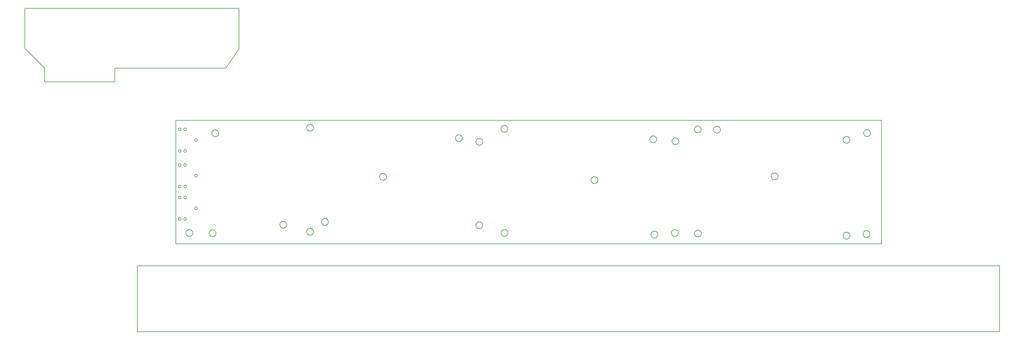
<source format=gbr>
G04 EAGLE Gerber RS-274X export*
G75*
%MOIN*%
%FSLAX34Y34*%
%LPD*%
%INProfile_dxf*%
%IPPOS*%
%AMOC8*
5,1,8,0,0,1.08239X$1,22.5*%
G01*
%ADD10C,0.006000*%
%ADD11C,0.010000*%
%ADD12C,0.010000*%


D10*
X1000Y0D02*
X158000Y0D01*
X158000Y12000D01*
X1000Y12000D01*
X1000Y0D01*
D11*
X19500Y58900D02*
X-19500Y58900D01*
X19500Y58900D02*
X19500Y51500D01*
X17100Y48000D01*
X-3100Y48000D01*
X-3100Y45500D01*
X-15800Y45500D01*
X-15900Y45600D01*
X-15900Y48100D01*
X-16000Y48100D01*
X-19500Y51600D01*
X-19500Y58900D01*
D12*
X8000Y16000D02*
X136500Y16000D01*
X136500Y38500D01*
X8000Y38500D01*
X8000Y16000D01*
X-19500Y51600D02*
X-16000Y48100D01*
X-15900Y48100D01*
X-15900Y45600D01*
X-15800Y45500D01*
X-3100Y45500D01*
X-3100Y48000D01*
X17100Y48000D01*
X19500Y51500D01*
X19500Y58900D01*
X-19500Y58900D01*
X-19500Y51600D01*
X1000Y0D02*
X158000Y0D01*
X158000Y12000D01*
X1000Y12000D01*
X1000Y0D01*
X33075Y37130D02*
X33072Y37089D01*
X33067Y37048D01*
X33059Y37008D01*
X33048Y36968D01*
X33035Y36930D01*
X33020Y36892D01*
X33001Y36855D01*
X32981Y36820D01*
X32958Y36786D01*
X32933Y36753D01*
X32906Y36723D01*
X32877Y36694D01*
X32847Y36667D01*
X32814Y36642D01*
X32780Y36619D01*
X32745Y36599D01*
X32708Y36580D01*
X32670Y36565D01*
X32632Y36552D01*
X32592Y36541D01*
X32552Y36533D01*
X32511Y36528D01*
X32470Y36525D01*
X32430Y36525D01*
X32389Y36528D01*
X32348Y36533D01*
X32308Y36541D01*
X32268Y36552D01*
X32230Y36565D01*
X32192Y36580D01*
X32155Y36599D01*
X32120Y36619D01*
X32086Y36642D01*
X32053Y36667D01*
X32023Y36694D01*
X31994Y36723D01*
X31967Y36753D01*
X31942Y36786D01*
X31919Y36820D01*
X31899Y36855D01*
X31880Y36892D01*
X31865Y36930D01*
X31852Y36968D01*
X31841Y37008D01*
X31833Y37048D01*
X31828Y37089D01*
X31825Y37130D01*
X31825Y37170D01*
X31828Y37211D01*
X31833Y37252D01*
X31841Y37292D01*
X31852Y37332D01*
X31865Y37370D01*
X31880Y37408D01*
X31899Y37445D01*
X31919Y37480D01*
X31942Y37514D01*
X31967Y37547D01*
X31994Y37577D01*
X32023Y37606D01*
X32053Y37633D01*
X32086Y37658D01*
X32120Y37681D01*
X32155Y37701D01*
X32192Y37720D01*
X32230Y37735D01*
X32268Y37748D01*
X32308Y37759D01*
X32348Y37767D01*
X32389Y37772D01*
X32430Y37775D01*
X32470Y37775D01*
X32511Y37772D01*
X32552Y37767D01*
X32592Y37759D01*
X32632Y37748D01*
X32670Y37735D01*
X32708Y37720D01*
X32745Y37701D01*
X32780Y37681D01*
X32814Y37658D01*
X32847Y37633D01*
X32877Y37606D01*
X32906Y37577D01*
X32933Y37547D01*
X32958Y37514D01*
X32981Y37480D01*
X33001Y37445D01*
X33020Y37408D01*
X33035Y37370D01*
X33048Y37332D01*
X33059Y37292D01*
X33067Y37252D01*
X33072Y37211D01*
X33075Y37170D01*
X33075Y37130D01*
X60175Y35230D02*
X60172Y35189D01*
X60167Y35148D01*
X60159Y35108D01*
X60148Y35068D01*
X60135Y35030D01*
X60120Y34992D01*
X60101Y34955D01*
X60081Y34920D01*
X60058Y34886D01*
X60033Y34853D01*
X60006Y34823D01*
X59977Y34794D01*
X59947Y34767D01*
X59914Y34742D01*
X59880Y34719D01*
X59845Y34699D01*
X59808Y34680D01*
X59770Y34665D01*
X59732Y34652D01*
X59692Y34641D01*
X59652Y34633D01*
X59611Y34628D01*
X59570Y34625D01*
X59530Y34625D01*
X59489Y34628D01*
X59448Y34633D01*
X59408Y34641D01*
X59368Y34652D01*
X59330Y34665D01*
X59292Y34680D01*
X59255Y34699D01*
X59220Y34719D01*
X59186Y34742D01*
X59153Y34767D01*
X59123Y34794D01*
X59094Y34823D01*
X59067Y34853D01*
X59042Y34886D01*
X59019Y34920D01*
X58999Y34955D01*
X58980Y34992D01*
X58965Y35030D01*
X58952Y35068D01*
X58941Y35108D01*
X58933Y35148D01*
X58928Y35189D01*
X58925Y35230D01*
X58925Y35270D01*
X58928Y35311D01*
X58933Y35352D01*
X58941Y35392D01*
X58952Y35432D01*
X58965Y35470D01*
X58980Y35508D01*
X58999Y35545D01*
X59019Y35580D01*
X59042Y35614D01*
X59067Y35647D01*
X59094Y35677D01*
X59123Y35706D01*
X59153Y35733D01*
X59186Y35758D01*
X59220Y35781D01*
X59255Y35801D01*
X59292Y35820D01*
X59330Y35835D01*
X59368Y35848D01*
X59408Y35859D01*
X59448Y35867D01*
X59489Y35872D01*
X59530Y35875D01*
X59570Y35875D01*
X59611Y35872D01*
X59652Y35867D01*
X59692Y35859D01*
X59732Y35848D01*
X59770Y35835D01*
X59808Y35820D01*
X59845Y35801D01*
X59880Y35781D01*
X59914Y35758D01*
X59947Y35733D01*
X59977Y35706D01*
X60006Y35677D01*
X60033Y35647D01*
X60058Y35614D01*
X60081Y35580D01*
X60101Y35545D01*
X60120Y35508D01*
X60135Y35470D01*
X60148Y35432D01*
X60159Y35392D01*
X60167Y35352D01*
X60172Y35311D01*
X60175Y35270D01*
X60175Y35230D01*
X33075Y18180D02*
X33072Y18139D01*
X33067Y18098D01*
X33059Y18058D01*
X33048Y18018D01*
X33035Y17980D01*
X33020Y17942D01*
X33001Y17905D01*
X32981Y17870D01*
X32958Y17836D01*
X32933Y17803D01*
X32906Y17773D01*
X32877Y17744D01*
X32847Y17717D01*
X32814Y17692D01*
X32780Y17669D01*
X32745Y17649D01*
X32708Y17630D01*
X32670Y17615D01*
X32632Y17602D01*
X32592Y17591D01*
X32552Y17583D01*
X32511Y17578D01*
X32470Y17575D01*
X32430Y17575D01*
X32389Y17578D01*
X32348Y17583D01*
X32308Y17591D01*
X32268Y17602D01*
X32230Y17615D01*
X32192Y17630D01*
X32155Y17649D01*
X32120Y17669D01*
X32086Y17692D01*
X32053Y17717D01*
X32023Y17744D01*
X31994Y17773D01*
X31967Y17803D01*
X31942Y17836D01*
X31919Y17870D01*
X31899Y17905D01*
X31880Y17942D01*
X31865Y17980D01*
X31852Y18018D01*
X31841Y18058D01*
X31833Y18098D01*
X31828Y18139D01*
X31825Y18180D01*
X31825Y18220D01*
X31828Y18261D01*
X31833Y18302D01*
X31841Y18342D01*
X31852Y18382D01*
X31865Y18420D01*
X31880Y18458D01*
X31899Y18495D01*
X31919Y18530D01*
X31942Y18564D01*
X31967Y18597D01*
X31994Y18627D01*
X32023Y18656D01*
X32053Y18683D01*
X32086Y18708D01*
X32120Y18731D01*
X32155Y18751D01*
X32192Y18770D01*
X32230Y18785D01*
X32268Y18798D01*
X32308Y18809D01*
X32348Y18817D01*
X32389Y18822D01*
X32430Y18825D01*
X32470Y18825D01*
X32511Y18822D01*
X32552Y18817D01*
X32592Y18809D01*
X32632Y18798D01*
X32670Y18785D01*
X32708Y18770D01*
X32745Y18751D01*
X32780Y18731D01*
X32814Y18708D01*
X32847Y18683D01*
X32877Y18656D01*
X32906Y18627D01*
X32933Y18597D01*
X32958Y18564D01*
X32981Y18530D01*
X33001Y18495D01*
X33020Y18458D01*
X33035Y18420D01*
X33048Y18382D01*
X33059Y18342D01*
X33067Y18302D01*
X33072Y18261D01*
X33075Y18220D01*
X33075Y18180D01*
X68475Y36930D02*
X68472Y36889D01*
X68467Y36848D01*
X68459Y36808D01*
X68448Y36768D01*
X68435Y36730D01*
X68420Y36692D01*
X68401Y36655D01*
X68381Y36620D01*
X68358Y36586D01*
X68333Y36553D01*
X68306Y36523D01*
X68277Y36494D01*
X68247Y36467D01*
X68214Y36442D01*
X68180Y36419D01*
X68145Y36399D01*
X68108Y36380D01*
X68070Y36365D01*
X68032Y36352D01*
X67992Y36341D01*
X67952Y36333D01*
X67911Y36328D01*
X67870Y36325D01*
X67830Y36325D01*
X67789Y36328D01*
X67748Y36333D01*
X67708Y36341D01*
X67668Y36352D01*
X67630Y36365D01*
X67592Y36380D01*
X67555Y36399D01*
X67520Y36419D01*
X67486Y36442D01*
X67453Y36467D01*
X67423Y36494D01*
X67394Y36523D01*
X67367Y36553D01*
X67342Y36586D01*
X67319Y36620D01*
X67299Y36655D01*
X67280Y36692D01*
X67265Y36730D01*
X67252Y36768D01*
X67241Y36808D01*
X67233Y36848D01*
X67228Y36889D01*
X67225Y36930D01*
X67225Y36970D01*
X67228Y37011D01*
X67233Y37052D01*
X67241Y37092D01*
X67252Y37132D01*
X67265Y37170D01*
X67280Y37208D01*
X67299Y37245D01*
X67319Y37280D01*
X67342Y37314D01*
X67367Y37347D01*
X67394Y37377D01*
X67423Y37406D01*
X67453Y37433D01*
X67486Y37458D01*
X67520Y37481D01*
X67555Y37501D01*
X67592Y37520D01*
X67630Y37535D01*
X67668Y37548D01*
X67708Y37559D01*
X67748Y37567D01*
X67789Y37572D01*
X67830Y37575D01*
X67870Y37575D01*
X67911Y37572D01*
X67952Y37567D01*
X67992Y37559D01*
X68032Y37548D01*
X68070Y37535D01*
X68108Y37520D01*
X68145Y37501D01*
X68180Y37481D01*
X68214Y37458D01*
X68247Y37433D01*
X68277Y37406D01*
X68306Y37377D01*
X68333Y37347D01*
X68358Y37314D01*
X68381Y37280D01*
X68401Y37245D01*
X68420Y37208D01*
X68435Y37170D01*
X68448Y37132D01*
X68459Y37092D01*
X68467Y37052D01*
X68472Y37011D01*
X68475Y36970D01*
X68475Y36930D01*
X95575Y35030D02*
X95572Y34989D01*
X95567Y34948D01*
X95559Y34908D01*
X95548Y34868D01*
X95535Y34830D01*
X95520Y34792D01*
X95501Y34755D01*
X95481Y34720D01*
X95458Y34686D01*
X95433Y34653D01*
X95406Y34623D01*
X95377Y34594D01*
X95347Y34567D01*
X95314Y34542D01*
X95280Y34519D01*
X95245Y34499D01*
X95208Y34480D01*
X95170Y34465D01*
X95132Y34452D01*
X95092Y34441D01*
X95052Y34433D01*
X95011Y34428D01*
X94970Y34425D01*
X94930Y34425D01*
X94889Y34428D01*
X94848Y34433D01*
X94808Y34441D01*
X94768Y34452D01*
X94730Y34465D01*
X94692Y34480D01*
X94655Y34499D01*
X94620Y34519D01*
X94586Y34542D01*
X94553Y34567D01*
X94523Y34594D01*
X94494Y34623D01*
X94467Y34653D01*
X94442Y34686D01*
X94419Y34720D01*
X94399Y34755D01*
X94380Y34792D01*
X94365Y34830D01*
X94352Y34868D01*
X94341Y34908D01*
X94333Y34948D01*
X94328Y34989D01*
X94325Y35030D01*
X94325Y35070D01*
X94328Y35111D01*
X94333Y35152D01*
X94341Y35192D01*
X94352Y35232D01*
X94365Y35270D01*
X94380Y35308D01*
X94399Y35345D01*
X94419Y35380D01*
X94442Y35414D01*
X94467Y35447D01*
X94494Y35477D01*
X94523Y35506D01*
X94553Y35533D01*
X94586Y35558D01*
X94620Y35581D01*
X94655Y35601D01*
X94692Y35620D01*
X94730Y35635D01*
X94768Y35648D01*
X94808Y35659D01*
X94848Y35667D01*
X94889Y35672D01*
X94930Y35675D01*
X94970Y35675D01*
X95011Y35672D01*
X95052Y35667D01*
X95092Y35659D01*
X95132Y35648D01*
X95170Y35635D01*
X95208Y35620D01*
X95245Y35601D01*
X95280Y35581D01*
X95314Y35558D01*
X95347Y35533D01*
X95377Y35506D01*
X95406Y35477D01*
X95433Y35447D01*
X95458Y35414D01*
X95481Y35380D01*
X95501Y35345D01*
X95520Y35308D01*
X95535Y35270D01*
X95548Y35232D01*
X95559Y35192D01*
X95567Y35152D01*
X95572Y35111D01*
X95575Y35070D01*
X95575Y35030D01*
X68495Y17970D02*
X68492Y17929D01*
X68487Y17888D01*
X68479Y17848D01*
X68468Y17808D01*
X68455Y17770D01*
X68440Y17732D01*
X68421Y17695D01*
X68401Y17660D01*
X68378Y17626D01*
X68353Y17593D01*
X68326Y17563D01*
X68297Y17534D01*
X68267Y17507D01*
X68234Y17482D01*
X68200Y17459D01*
X68165Y17439D01*
X68128Y17420D01*
X68090Y17405D01*
X68052Y17392D01*
X68012Y17381D01*
X67972Y17373D01*
X67931Y17368D01*
X67890Y17365D01*
X67850Y17365D01*
X67809Y17368D01*
X67768Y17373D01*
X67728Y17381D01*
X67688Y17392D01*
X67650Y17405D01*
X67612Y17420D01*
X67575Y17439D01*
X67540Y17459D01*
X67506Y17482D01*
X67473Y17507D01*
X67443Y17534D01*
X67414Y17563D01*
X67387Y17593D01*
X67362Y17626D01*
X67339Y17660D01*
X67319Y17695D01*
X67300Y17732D01*
X67285Y17770D01*
X67272Y17808D01*
X67261Y17848D01*
X67253Y17888D01*
X67248Y17929D01*
X67245Y17970D01*
X67245Y18010D01*
X67248Y18051D01*
X67253Y18092D01*
X67261Y18132D01*
X67272Y18172D01*
X67285Y18210D01*
X67300Y18248D01*
X67319Y18285D01*
X67339Y18320D01*
X67362Y18354D01*
X67387Y18387D01*
X67414Y18417D01*
X67443Y18446D01*
X67473Y18473D01*
X67506Y18498D01*
X67540Y18521D01*
X67575Y18541D01*
X67612Y18560D01*
X67650Y18575D01*
X67688Y18588D01*
X67728Y18599D01*
X67768Y18607D01*
X67809Y18612D01*
X67850Y18615D01*
X67890Y18615D01*
X67931Y18612D01*
X67972Y18607D01*
X68012Y18599D01*
X68052Y18588D01*
X68090Y18575D01*
X68128Y18560D01*
X68165Y18541D01*
X68200Y18521D01*
X68234Y18498D01*
X68267Y18473D01*
X68297Y18446D01*
X68326Y18417D01*
X68353Y18387D01*
X68378Y18354D01*
X68401Y18320D01*
X68421Y18285D01*
X68440Y18248D01*
X68455Y18210D01*
X68468Y18172D01*
X68479Y18132D01*
X68487Y18092D01*
X68492Y18051D01*
X68495Y18010D01*
X68495Y17970D01*
X103675Y36840D02*
X103672Y36799D01*
X103667Y36758D01*
X103659Y36718D01*
X103648Y36678D01*
X103635Y36640D01*
X103620Y36602D01*
X103601Y36565D01*
X103581Y36530D01*
X103558Y36496D01*
X103533Y36463D01*
X103506Y36433D01*
X103477Y36404D01*
X103447Y36377D01*
X103414Y36352D01*
X103380Y36329D01*
X103345Y36309D01*
X103308Y36290D01*
X103270Y36275D01*
X103232Y36262D01*
X103192Y36251D01*
X103152Y36243D01*
X103111Y36238D01*
X103070Y36235D01*
X103030Y36235D01*
X102989Y36238D01*
X102948Y36243D01*
X102908Y36251D01*
X102868Y36262D01*
X102830Y36275D01*
X102792Y36290D01*
X102755Y36309D01*
X102720Y36329D01*
X102686Y36352D01*
X102653Y36377D01*
X102623Y36404D01*
X102594Y36433D01*
X102567Y36463D01*
X102542Y36496D01*
X102519Y36530D01*
X102499Y36565D01*
X102480Y36602D01*
X102465Y36640D01*
X102452Y36678D01*
X102441Y36718D01*
X102433Y36758D01*
X102428Y36799D01*
X102425Y36840D01*
X102425Y36880D01*
X102428Y36921D01*
X102433Y36962D01*
X102441Y37002D01*
X102452Y37042D01*
X102465Y37080D01*
X102480Y37118D01*
X102499Y37155D01*
X102519Y37190D01*
X102542Y37224D01*
X102567Y37257D01*
X102594Y37287D01*
X102623Y37316D01*
X102653Y37343D01*
X102686Y37368D01*
X102720Y37391D01*
X102755Y37411D01*
X102792Y37430D01*
X102830Y37445D01*
X102868Y37458D01*
X102908Y37469D01*
X102948Y37477D01*
X102989Y37482D01*
X103030Y37485D01*
X103070Y37485D01*
X103111Y37482D01*
X103152Y37477D01*
X103192Y37469D01*
X103232Y37458D01*
X103270Y37445D01*
X103308Y37430D01*
X103345Y37411D01*
X103380Y37391D01*
X103414Y37368D01*
X103447Y37343D01*
X103477Y37316D01*
X103506Y37287D01*
X103533Y37257D01*
X103558Y37224D01*
X103581Y37190D01*
X103601Y37155D01*
X103620Y37118D01*
X103635Y37080D01*
X103648Y37042D01*
X103659Y37002D01*
X103667Y36962D01*
X103672Y36921D01*
X103675Y36880D01*
X103675Y36840D01*
X130765Y34940D02*
X130762Y34899D01*
X130757Y34858D01*
X130749Y34818D01*
X130738Y34778D01*
X130725Y34740D01*
X130710Y34702D01*
X130691Y34665D01*
X130671Y34630D01*
X130648Y34596D01*
X130623Y34563D01*
X130596Y34533D01*
X130567Y34504D01*
X130537Y34477D01*
X130504Y34452D01*
X130470Y34429D01*
X130435Y34409D01*
X130398Y34390D01*
X130360Y34375D01*
X130322Y34362D01*
X130282Y34351D01*
X130242Y34343D01*
X130201Y34338D01*
X130160Y34335D01*
X130120Y34335D01*
X130079Y34338D01*
X130038Y34343D01*
X129998Y34351D01*
X129958Y34362D01*
X129920Y34375D01*
X129882Y34390D01*
X129845Y34409D01*
X129810Y34429D01*
X129776Y34452D01*
X129743Y34477D01*
X129713Y34504D01*
X129684Y34533D01*
X129657Y34563D01*
X129632Y34596D01*
X129609Y34630D01*
X129589Y34665D01*
X129570Y34702D01*
X129555Y34740D01*
X129542Y34778D01*
X129531Y34818D01*
X129523Y34858D01*
X129518Y34899D01*
X129515Y34940D01*
X129515Y34980D01*
X129518Y35021D01*
X129523Y35062D01*
X129531Y35102D01*
X129542Y35142D01*
X129555Y35180D01*
X129570Y35218D01*
X129589Y35255D01*
X129609Y35290D01*
X129632Y35324D01*
X129657Y35357D01*
X129684Y35387D01*
X129713Y35416D01*
X129743Y35443D01*
X129776Y35468D01*
X129810Y35491D01*
X129845Y35511D01*
X129882Y35530D01*
X129920Y35545D01*
X129958Y35558D01*
X129998Y35569D01*
X130038Y35577D01*
X130079Y35582D01*
X130120Y35585D01*
X130160Y35585D01*
X130201Y35582D01*
X130242Y35577D01*
X130282Y35569D01*
X130322Y35558D01*
X130360Y35545D01*
X130398Y35530D01*
X130435Y35511D01*
X130470Y35491D01*
X130504Y35468D01*
X130537Y35443D01*
X130567Y35416D01*
X130596Y35387D01*
X130623Y35357D01*
X130648Y35324D01*
X130671Y35290D01*
X130691Y35255D01*
X130710Y35218D01*
X130725Y35180D01*
X130738Y35142D01*
X130749Y35102D01*
X130757Y35062D01*
X130762Y35021D01*
X130765Y34980D01*
X130765Y34940D01*
X103705Y17870D02*
X103702Y17829D01*
X103697Y17788D01*
X103689Y17748D01*
X103678Y17708D01*
X103665Y17670D01*
X103650Y17632D01*
X103631Y17595D01*
X103611Y17560D01*
X103588Y17526D01*
X103563Y17493D01*
X103536Y17463D01*
X103507Y17434D01*
X103477Y17407D01*
X103444Y17382D01*
X103410Y17359D01*
X103375Y17339D01*
X103338Y17320D01*
X103300Y17305D01*
X103262Y17292D01*
X103222Y17281D01*
X103182Y17273D01*
X103141Y17268D01*
X103100Y17265D01*
X103060Y17265D01*
X103019Y17268D01*
X102978Y17273D01*
X102938Y17281D01*
X102898Y17292D01*
X102860Y17305D01*
X102822Y17320D01*
X102785Y17339D01*
X102750Y17359D01*
X102716Y17382D01*
X102683Y17407D01*
X102653Y17434D01*
X102624Y17463D01*
X102597Y17493D01*
X102572Y17526D01*
X102549Y17560D01*
X102529Y17595D01*
X102510Y17632D01*
X102495Y17670D01*
X102482Y17708D01*
X102471Y17748D01*
X102463Y17788D01*
X102458Y17829D01*
X102455Y17870D01*
X102455Y17910D01*
X102458Y17951D01*
X102463Y17992D01*
X102471Y18032D01*
X102482Y18072D01*
X102495Y18110D01*
X102510Y18148D01*
X102529Y18185D01*
X102549Y18220D01*
X102572Y18254D01*
X102597Y18287D01*
X102624Y18317D01*
X102653Y18346D01*
X102683Y18373D01*
X102716Y18398D01*
X102750Y18421D01*
X102785Y18441D01*
X102822Y18460D01*
X102860Y18475D01*
X102898Y18488D01*
X102938Y18499D01*
X102978Y18507D01*
X103019Y18512D01*
X103060Y18515D01*
X103100Y18515D01*
X103141Y18512D01*
X103182Y18507D01*
X103222Y18499D01*
X103262Y18488D01*
X103300Y18475D01*
X103338Y18460D01*
X103375Y18441D01*
X103410Y18421D01*
X103444Y18398D01*
X103477Y18373D01*
X103507Y18346D01*
X103536Y18317D01*
X103563Y18287D01*
X103588Y18254D01*
X103611Y18220D01*
X103631Y18185D01*
X103650Y18148D01*
X103665Y18110D01*
X103678Y18072D01*
X103689Y18032D01*
X103697Y17992D01*
X103702Y17951D01*
X103705Y17910D01*
X103705Y17870D01*
X46375Y28180D02*
X46372Y28139D01*
X46367Y28098D01*
X46359Y28058D01*
X46348Y28018D01*
X46335Y27980D01*
X46320Y27942D01*
X46301Y27905D01*
X46281Y27870D01*
X46258Y27836D01*
X46233Y27803D01*
X46206Y27773D01*
X46177Y27744D01*
X46147Y27717D01*
X46114Y27692D01*
X46080Y27669D01*
X46045Y27649D01*
X46008Y27630D01*
X45970Y27615D01*
X45932Y27602D01*
X45892Y27591D01*
X45852Y27583D01*
X45811Y27578D01*
X45770Y27575D01*
X45730Y27575D01*
X45689Y27578D01*
X45648Y27583D01*
X45608Y27591D01*
X45568Y27602D01*
X45530Y27615D01*
X45492Y27630D01*
X45455Y27649D01*
X45420Y27669D01*
X45386Y27692D01*
X45353Y27717D01*
X45323Y27744D01*
X45294Y27773D01*
X45267Y27803D01*
X45242Y27836D01*
X45219Y27870D01*
X45199Y27905D01*
X45180Y27942D01*
X45165Y27980D01*
X45152Y28018D01*
X45141Y28058D01*
X45133Y28098D01*
X45128Y28139D01*
X45125Y28180D01*
X45125Y28220D01*
X45128Y28261D01*
X45133Y28302D01*
X45141Y28342D01*
X45152Y28382D01*
X45165Y28420D01*
X45180Y28458D01*
X45199Y28495D01*
X45219Y28530D01*
X45242Y28564D01*
X45267Y28597D01*
X45294Y28627D01*
X45323Y28656D01*
X45353Y28683D01*
X45386Y28708D01*
X45420Y28731D01*
X45455Y28751D01*
X45492Y28770D01*
X45530Y28785D01*
X45568Y28798D01*
X45608Y28809D01*
X45648Y28817D01*
X45689Y28822D01*
X45730Y28825D01*
X45770Y28825D01*
X45811Y28822D01*
X45852Y28817D01*
X45892Y28809D01*
X45932Y28798D01*
X45970Y28785D01*
X46008Y28770D01*
X46045Y28751D01*
X46080Y28731D01*
X46114Y28708D01*
X46147Y28683D01*
X46177Y28656D01*
X46206Y28627D01*
X46233Y28597D01*
X46258Y28564D01*
X46281Y28530D01*
X46301Y28495D01*
X46320Y28458D01*
X46335Y28420D01*
X46348Y28382D01*
X46359Y28342D01*
X46367Y28302D01*
X46372Y28261D01*
X46375Y28220D01*
X46375Y28180D01*
X84875Y27580D02*
X84872Y27539D01*
X84867Y27498D01*
X84859Y27458D01*
X84848Y27418D01*
X84835Y27380D01*
X84820Y27342D01*
X84801Y27305D01*
X84781Y27270D01*
X84758Y27236D01*
X84733Y27203D01*
X84706Y27173D01*
X84677Y27144D01*
X84647Y27117D01*
X84614Y27092D01*
X84580Y27069D01*
X84545Y27049D01*
X84508Y27030D01*
X84470Y27015D01*
X84432Y27002D01*
X84392Y26991D01*
X84352Y26983D01*
X84311Y26978D01*
X84270Y26975D01*
X84230Y26975D01*
X84189Y26978D01*
X84148Y26983D01*
X84108Y26991D01*
X84068Y27002D01*
X84030Y27015D01*
X83992Y27030D01*
X83955Y27049D01*
X83920Y27069D01*
X83886Y27092D01*
X83853Y27117D01*
X83823Y27144D01*
X83794Y27173D01*
X83767Y27203D01*
X83742Y27236D01*
X83719Y27270D01*
X83699Y27305D01*
X83680Y27342D01*
X83665Y27380D01*
X83652Y27418D01*
X83641Y27458D01*
X83633Y27498D01*
X83628Y27539D01*
X83625Y27580D01*
X83625Y27620D01*
X83628Y27661D01*
X83633Y27702D01*
X83641Y27742D01*
X83652Y27782D01*
X83665Y27820D01*
X83680Y27858D01*
X83699Y27895D01*
X83719Y27930D01*
X83742Y27964D01*
X83767Y27997D01*
X83794Y28027D01*
X83823Y28056D01*
X83853Y28083D01*
X83886Y28108D01*
X83920Y28131D01*
X83955Y28151D01*
X83992Y28170D01*
X84030Y28185D01*
X84068Y28198D01*
X84108Y28209D01*
X84148Y28217D01*
X84189Y28222D01*
X84230Y28225D01*
X84270Y28225D01*
X84311Y28222D01*
X84352Y28217D01*
X84392Y28209D01*
X84432Y28198D01*
X84470Y28185D01*
X84508Y28170D01*
X84545Y28151D01*
X84580Y28131D01*
X84614Y28108D01*
X84647Y28083D01*
X84677Y28056D01*
X84706Y28027D01*
X84733Y27997D01*
X84758Y27964D01*
X84781Y27930D01*
X84801Y27895D01*
X84820Y27858D01*
X84835Y27820D01*
X84848Y27782D01*
X84859Y27742D01*
X84867Y27702D01*
X84872Y27661D01*
X84875Y27620D01*
X84875Y27580D01*
X117675Y28280D02*
X117672Y28239D01*
X117667Y28198D01*
X117659Y28158D01*
X117648Y28118D01*
X117635Y28080D01*
X117620Y28042D01*
X117601Y28005D01*
X117581Y27970D01*
X117558Y27936D01*
X117533Y27903D01*
X117506Y27873D01*
X117477Y27844D01*
X117447Y27817D01*
X117414Y27792D01*
X117380Y27769D01*
X117345Y27749D01*
X117308Y27730D01*
X117270Y27715D01*
X117232Y27702D01*
X117192Y27691D01*
X117152Y27683D01*
X117111Y27678D01*
X117070Y27675D01*
X117030Y27675D01*
X116989Y27678D01*
X116948Y27683D01*
X116908Y27691D01*
X116868Y27702D01*
X116830Y27715D01*
X116792Y27730D01*
X116755Y27749D01*
X116720Y27769D01*
X116686Y27792D01*
X116653Y27817D01*
X116623Y27844D01*
X116594Y27873D01*
X116567Y27903D01*
X116542Y27936D01*
X116519Y27970D01*
X116499Y28005D01*
X116480Y28042D01*
X116465Y28080D01*
X116452Y28118D01*
X116441Y28158D01*
X116433Y28198D01*
X116428Y28239D01*
X116425Y28280D01*
X116425Y28320D01*
X116428Y28361D01*
X116433Y28402D01*
X116441Y28442D01*
X116452Y28482D01*
X116465Y28520D01*
X116480Y28558D01*
X116499Y28595D01*
X116519Y28630D01*
X116542Y28664D01*
X116567Y28697D01*
X116594Y28727D01*
X116623Y28756D01*
X116653Y28783D01*
X116686Y28808D01*
X116720Y28831D01*
X116755Y28851D01*
X116792Y28870D01*
X116830Y28885D01*
X116868Y28898D01*
X116908Y28909D01*
X116948Y28917D01*
X116989Y28922D01*
X117030Y28925D01*
X117070Y28925D01*
X117111Y28922D01*
X117152Y28917D01*
X117192Y28909D01*
X117232Y28898D01*
X117270Y28885D01*
X117308Y28870D01*
X117345Y28851D01*
X117380Y28831D01*
X117414Y28808D01*
X117447Y28783D01*
X117477Y28756D01*
X117506Y28727D01*
X117533Y28697D01*
X117558Y28664D01*
X117581Y28630D01*
X117601Y28595D01*
X117620Y28558D01*
X117635Y28520D01*
X117648Y28482D01*
X117659Y28442D01*
X117667Y28402D01*
X117672Y28361D01*
X117675Y28320D01*
X117675Y28280D01*
X15825Y36130D02*
X15822Y36089D01*
X15817Y36048D01*
X15809Y36008D01*
X15798Y35968D01*
X15785Y35930D01*
X15770Y35892D01*
X15751Y35855D01*
X15731Y35820D01*
X15708Y35786D01*
X15683Y35753D01*
X15656Y35723D01*
X15627Y35694D01*
X15597Y35667D01*
X15564Y35642D01*
X15530Y35619D01*
X15495Y35599D01*
X15458Y35580D01*
X15420Y35565D01*
X15382Y35552D01*
X15342Y35541D01*
X15302Y35533D01*
X15261Y35528D01*
X15220Y35525D01*
X15180Y35525D01*
X15139Y35528D01*
X15098Y35533D01*
X15058Y35541D01*
X15018Y35552D01*
X14980Y35565D01*
X14942Y35580D01*
X14905Y35599D01*
X14870Y35619D01*
X14836Y35642D01*
X14803Y35667D01*
X14773Y35694D01*
X14744Y35723D01*
X14717Y35753D01*
X14692Y35786D01*
X14669Y35820D01*
X14649Y35855D01*
X14630Y35892D01*
X14615Y35930D01*
X14602Y35968D01*
X14591Y36008D01*
X14583Y36048D01*
X14578Y36089D01*
X14575Y36130D01*
X14575Y36170D01*
X14578Y36211D01*
X14583Y36252D01*
X14591Y36292D01*
X14602Y36332D01*
X14615Y36370D01*
X14630Y36408D01*
X14649Y36445D01*
X14669Y36480D01*
X14692Y36514D01*
X14717Y36547D01*
X14744Y36577D01*
X14773Y36606D01*
X14803Y36633D01*
X14836Y36658D01*
X14870Y36681D01*
X14905Y36701D01*
X14942Y36720D01*
X14980Y36735D01*
X15018Y36748D01*
X15058Y36759D01*
X15098Y36767D01*
X15139Y36772D01*
X15180Y36775D01*
X15220Y36775D01*
X15261Y36772D01*
X15302Y36767D01*
X15342Y36759D01*
X15382Y36748D01*
X15420Y36735D01*
X15458Y36720D01*
X15495Y36701D01*
X15530Y36681D01*
X15564Y36658D01*
X15597Y36633D01*
X15627Y36606D01*
X15656Y36577D01*
X15683Y36547D01*
X15708Y36514D01*
X15731Y36480D01*
X15751Y36445D01*
X15770Y36408D01*
X15785Y36370D01*
X15798Y36332D01*
X15809Y36292D01*
X15817Y36252D01*
X15822Y36211D01*
X15825Y36170D01*
X15825Y36130D01*
X130775Y17480D02*
X130772Y17439D01*
X130767Y17398D01*
X130759Y17358D01*
X130748Y17318D01*
X130735Y17280D01*
X130720Y17242D01*
X130701Y17205D01*
X130681Y17170D01*
X130658Y17136D01*
X130633Y17103D01*
X130606Y17073D01*
X130577Y17044D01*
X130547Y17017D01*
X130514Y16992D01*
X130480Y16969D01*
X130445Y16949D01*
X130408Y16930D01*
X130370Y16915D01*
X130332Y16902D01*
X130292Y16891D01*
X130252Y16883D01*
X130211Y16878D01*
X130170Y16875D01*
X130130Y16875D01*
X130089Y16878D01*
X130048Y16883D01*
X130008Y16891D01*
X129968Y16902D01*
X129930Y16915D01*
X129892Y16930D01*
X129855Y16949D01*
X129820Y16969D01*
X129786Y16992D01*
X129753Y17017D01*
X129723Y17044D01*
X129694Y17073D01*
X129667Y17103D01*
X129642Y17136D01*
X129619Y17170D01*
X129599Y17205D01*
X129580Y17242D01*
X129565Y17280D01*
X129552Y17318D01*
X129541Y17358D01*
X129533Y17398D01*
X129528Y17439D01*
X129525Y17480D01*
X129525Y17520D01*
X129528Y17561D01*
X129533Y17602D01*
X129541Y17642D01*
X129552Y17682D01*
X129565Y17720D01*
X129580Y17758D01*
X129599Y17795D01*
X129619Y17830D01*
X129642Y17864D01*
X129667Y17897D01*
X129694Y17927D01*
X129723Y17956D01*
X129753Y17983D01*
X129786Y18008D01*
X129820Y18031D01*
X129855Y18051D01*
X129892Y18070D01*
X129930Y18085D01*
X129968Y18098D01*
X130008Y18109D01*
X130048Y18117D01*
X130089Y18122D01*
X130130Y18125D01*
X130170Y18125D01*
X130211Y18122D01*
X130252Y18117D01*
X130292Y18109D01*
X130332Y18098D01*
X130370Y18085D01*
X130408Y18070D01*
X130445Y18051D01*
X130480Y18031D01*
X130514Y18008D01*
X130547Y17983D01*
X130577Y17956D01*
X130606Y17927D01*
X130633Y17897D01*
X130658Y17864D01*
X130681Y17830D01*
X130701Y17795D01*
X130720Y17758D01*
X130735Y17720D01*
X130748Y17682D01*
X130759Y17642D01*
X130767Y17602D01*
X130772Y17561D01*
X130775Y17520D01*
X130775Y17480D01*
X107175Y36780D02*
X107172Y36739D01*
X107167Y36698D01*
X107159Y36658D01*
X107148Y36618D01*
X107135Y36580D01*
X107120Y36542D01*
X107101Y36505D01*
X107081Y36470D01*
X107058Y36436D01*
X107033Y36403D01*
X107006Y36373D01*
X106977Y36344D01*
X106947Y36317D01*
X106914Y36292D01*
X106880Y36269D01*
X106845Y36249D01*
X106808Y36230D01*
X106770Y36215D01*
X106732Y36202D01*
X106692Y36191D01*
X106652Y36183D01*
X106611Y36178D01*
X106570Y36175D01*
X106530Y36175D01*
X106489Y36178D01*
X106448Y36183D01*
X106408Y36191D01*
X106368Y36202D01*
X106330Y36215D01*
X106292Y36230D01*
X106255Y36249D01*
X106220Y36269D01*
X106186Y36292D01*
X106153Y36317D01*
X106123Y36344D01*
X106094Y36373D01*
X106067Y36403D01*
X106042Y36436D01*
X106019Y36470D01*
X105999Y36505D01*
X105980Y36542D01*
X105965Y36580D01*
X105952Y36618D01*
X105941Y36658D01*
X105933Y36698D01*
X105928Y36739D01*
X105925Y36780D01*
X105925Y36820D01*
X105928Y36861D01*
X105933Y36902D01*
X105941Y36942D01*
X105952Y36982D01*
X105965Y37020D01*
X105980Y37058D01*
X105999Y37095D01*
X106019Y37130D01*
X106042Y37164D01*
X106067Y37197D01*
X106094Y37227D01*
X106123Y37256D01*
X106153Y37283D01*
X106186Y37308D01*
X106220Y37331D01*
X106255Y37351D01*
X106292Y37370D01*
X106330Y37385D01*
X106368Y37398D01*
X106408Y37409D01*
X106448Y37417D01*
X106489Y37422D01*
X106530Y37425D01*
X106570Y37425D01*
X106611Y37422D01*
X106652Y37417D01*
X106692Y37409D01*
X106732Y37398D01*
X106770Y37385D01*
X106808Y37370D01*
X106845Y37351D01*
X106880Y37331D01*
X106914Y37308D01*
X106947Y37283D01*
X106977Y37256D01*
X107006Y37227D01*
X107033Y37197D01*
X107058Y37164D01*
X107081Y37130D01*
X107101Y37095D01*
X107120Y37058D01*
X107135Y37020D01*
X107148Y36982D01*
X107159Y36942D01*
X107167Y36902D01*
X107172Y36861D01*
X107175Y36820D01*
X107175Y36780D01*
X35775Y19980D02*
X35772Y19939D01*
X35767Y19898D01*
X35759Y19858D01*
X35748Y19818D01*
X35735Y19780D01*
X35720Y19742D01*
X35701Y19705D01*
X35681Y19670D01*
X35658Y19636D01*
X35633Y19603D01*
X35606Y19573D01*
X35577Y19544D01*
X35547Y19517D01*
X35514Y19492D01*
X35480Y19469D01*
X35445Y19449D01*
X35408Y19430D01*
X35370Y19415D01*
X35332Y19402D01*
X35292Y19391D01*
X35252Y19383D01*
X35211Y19378D01*
X35170Y19375D01*
X35130Y19375D01*
X35089Y19378D01*
X35048Y19383D01*
X35008Y19391D01*
X34968Y19402D01*
X34930Y19415D01*
X34892Y19430D01*
X34855Y19449D01*
X34820Y19469D01*
X34786Y19492D01*
X34753Y19517D01*
X34723Y19544D01*
X34694Y19573D01*
X34667Y19603D01*
X34642Y19636D01*
X34619Y19670D01*
X34599Y19705D01*
X34580Y19742D01*
X34565Y19780D01*
X34552Y19818D01*
X34541Y19858D01*
X34533Y19898D01*
X34528Y19939D01*
X34525Y19980D01*
X34525Y20020D01*
X34528Y20061D01*
X34533Y20102D01*
X34541Y20142D01*
X34552Y20182D01*
X34565Y20220D01*
X34580Y20258D01*
X34599Y20295D01*
X34619Y20330D01*
X34642Y20364D01*
X34667Y20397D01*
X34694Y20427D01*
X34723Y20456D01*
X34753Y20483D01*
X34786Y20508D01*
X34820Y20531D01*
X34855Y20551D01*
X34892Y20570D01*
X34930Y20585D01*
X34968Y20598D01*
X35008Y20609D01*
X35048Y20617D01*
X35089Y20622D01*
X35130Y20625D01*
X35170Y20625D01*
X35211Y20622D01*
X35252Y20617D01*
X35292Y20609D01*
X35332Y20598D01*
X35370Y20585D01*
X35408Y20570D01*
X35445Y20551D01*
X35480Y20531D01*
X35514Y20508D01*
X35547Y20483D01*
X35577Y20456D01*
X35606Y20427D01*
X35633Y20397D01*
X35658Y20364D01*
X35681Y20330D01*
X35701Y20295D01*
X35720Y20258D01*
X35735Y20220D01*
X35748Y20182D01*
X35759Y20142D01*
X35767Y20102D01*
X35772Y20061D01*
X35775Y20020D01*
X35775Y19980D01*
X95775Y17680D02*
X95772Y17639D01*
X95767Y17598D01*
X95759Y17558D01*
X95748Y17518D01*
X95735Y17480D01*
X95720Y17442D01*
X95701Y17405D01*
X95681Y17370D01*
X95658Y17336D01*
X95633Y17303D01*
X95606Y17273D01*
X95577Y17244D01*
X95547Y17217D01*
X95514Y17192D01*
X95480Y17169D01*
X95445Y17149D01*
X95408Y17130D01*
X95370Y17115D01*
X95332Y17102D01*
X95292Y17091D01*
X95252Y17083D01*
X95211Y17078D01*
X95170Y17075D01*
X95130Y17075D01*
X95089Y17078D01*
X95048Y17083D01*
X95008Y17091D01*
X94968Y17102D01*
X94930Y17115D01*
X94892Y17130D01*
X94855Y17149D01*
X94820Y17169D01*
X94786Y17192D01*
X94753Y17217D01*
X94723Y17244D01*
X94694Y17273D01*
X94667Y17303D01*
X94642Y17336D01*
X94619Y17370D01*
X94599Y17405D01*
X94580Y17442D01*
X94565Y17480D01*
X94552Y17518D01*
X94541Y17558D01*
X94533Y17598D01*
X94528Y17639D01*
X94525Y17680D01*
X94525Y17720D01*
X94528Y17761D01*
X94533Y17802D01*
X94541Y17842D01*
X94552Y17882D01*
X94565Y17920D01*
X94580Y17958D01*
X94599Y17995D01*
X94619Y18030D01*
X94642Y18064D01*
X94667Y18097D01*
X94694Y18127D01*
X94723Y18156D01*
X94753Y18183D01*
X94786Y18208D01*
X94820Y18231D01*
X94855Y18251D01*
X94892Y18270D01*
X94930Y18285D01*
X94968Y18298D01*
X95008Y18309D01*
X95048Y18317D01*
X95089Y18322D01*
X95130Y18325D01*
X95170Y18325D01*
X95211Y18322D01*
X95252Y18317D01*
X95292Y18309D01*
X95332Y18298D01*
X95370Y18285D01*
X95408Y18270D01*
X95445Y18251D01*
X95480Y18231D01*
X95514Y18208D01*
X95547Y18183D01*
X95577Y18156D01*
X95606Y18127D01*
X95633Y18097D01*
X95658Y18064D01*
X95681Y18030D01*
X95701Y17995D01*
X95720Y17958D01*
X95735Y17920D01*
X95748Y17882D01*
X95759Y17842D01*
X95767Y17802D01*
X95772Y17761D01*
X95775Y17720D01*
X95775Y17680D01*
X15325Y17930D02*
X15322Y17889D01*
X15317Y17848D01*
X15309Y17808D01*
X15298Y17768D01*
X15285Y17730D01*
X15270Y17692D01*
X15251Y17655D01*
X15231Y17620D01*
X15208Y17586D01*
X15183Y17553D01*
X15156Y17523D01*
X15127Y17494D01*
X15097Y17467D01*
X15064Y17442D01*
X15030Y17419D01*
X14995Y17399D01*
X14958Y17380D01*
X14920Y17365D01*
X14882Y17352D01*
X14842Y17341D01*
X14802Y17333D01*
X14761Y17328D01*
X14720Y17325D01*
X14680Y17325D01*
X14639Y17328D01*
X14598Y17333D01*
X14558Y17341D01*
X14518Y17352D01*
X14480Y17365D01*
X14442Y17380D01*
X14405Y17399D01*
X14370Y17419D01*
X14336Y17442D01*
X14303Y17467D01*
X14273Y17494D01*
X14244Y17523D01*
X14217Y17553D01*
X14192Y17586D01*
X14169Y17620D01*
X14149Y17655D01*
X14130Y17692D01*
X14115Y17730D01*
X14102Y17768D01*
X14091Y17808D01*
X14083Y17848D01*
X14078Y17889D01*
X14075Y17930D01*
X14075Y17970D01*
X14078Y18011D01*
X14083Y18052D01*
X14091Y18092D01*
X14102Y18132D01*
X14115Y18170D01*
X14130Y18208D01*
X14149Y18245D01*
X14169Y18280D01*
X14192Y18314D01*
X14217Y18347D01*
X14244Y18377D01*
X14273Y18406D01*
X14303Y18433D01*
X14336Y18458D01*
X14370Y18481D01*
X14405Y18501D01*
X14442Y18520D01*
X14480Y18535D01*
X14518Y18548D01*
X14558Y18559D01*
X14598Y18567D01*
X14639Y18572D01*
X14680Y18575D01*
X14720Y18575D01*
X14761Y18572D01*
X14802Y18567D01*
X14842Y18559D01*
X14882Y18548D01*
X14920Y18535D01*
X14958Y18520D01*
X14995Y18501D01*
X15030Y18481D01*
X15064Y18458D01*
X15097Y18433D01*
X15127Y18406D01*
X15156Y18377D01*
X15183Y18347D01*
X15208Y18314D01*
X15231Y18280D01*
X15251Y18245D01*
X15270Y18208D01*
X15285Y18170D01*
X15298Y18132D01*
X15309Y18092D01*
X15317Y18052D01*
X15322Y18011D01*
X15325Y17970D01*
X15325Y17930D01*
X99505Y17970D02*
X99502Y17929D01*
X99497Y17888D01*
X99489Y17848D01*
X99478Y17808D01*
X99465Y17770D01*
X99450Y17732D01*
X99431Y17695D01*
X99411Y17660D01*
X99388Y17626D01*
X99363Y17593D01*
X99336Y17563D01*
X99307Y17534D01*
X99277Y17507D01*
X99244Y17482D01*
X99210Y17459D01*
X99175Y17439D01*
X99138Y17420D01*
X99100Y17405D01*
X99062Y17392D01*
X99022Y17381D01*
X98982Y17373D01*
X98941Y17368D01*
X98900Y17365D01*
X98860Y17365D01*
X98819Y17368D01*
X98778Y17373D01*
X98738Y17381D01*
X98698Y17392D01*
X98660Y17405D01*
X98622Y17420D01*
X98585Y17439D01*
X98550Y17459D01*
X98516Y17482D01*
X98483Y17507D01*
X98453Y17534D01*
X98424Y17563D01*
X98397Y17593D01*
X98372Y17626D01*
X98349Y17660D01*
X98329Y17695D01*
X98310Y17732D01*
X98295Y17770D01*
X98282Y17808D01*
X98271Y17848D01*
X98263Y17888D01*
X98258Y17929D01*
X98255Y17970D01*
X98255Y18010D01*
X98258Y18051D01*
X98263Y18092D01*
X98271Y18132D01*
X98282Y18172D01*
X98295Y18210D01*
X98310Y18248D01*
X98329Y18285D01*
X98349Y18320D01*
X98372Y18354D01*
X98397Y18387D01*
X98424Y18417D01*
X98453Y18446D01*
X98483Y18473D01*
X98516Y18498D01*
X98550Y18521D01*
X98585Y18541D01*
X98622Y18560D01*
X98660Y18575D01*
X98698Y18588D01*
X98738Y18599D01*
X98778Y18607D01*
X98819Y18612D01*
X98860Y18615D01*
X98900Y18615D01*
X98941Y18612D01*
X98982Y18607D01*
X99022Y18599D01*
X99062Y18588D01*
X99100Y18575D01*
X99138Y18560D01*
X99175Y18541D01*
X99210Y18521D01*
X99244Y18498D01*
X99277Y18473D01*
X99307Y18446D01*
X99336Y18417D01*
X99363Y18387D01*
X99388Y18354D01*
X99411Y18320D01*
X99431Y18285D01*
X99450Y18248D01*
X99465Y18210D01*
X99478Y18172D01*
X99489Y18132D01*
X99497Y18092D01*
X99502Y18051D01*
X99505Y18010D01*
X99505Y17970D01*
X134405Y17770D02*
X134402Y17729D01*
X134397Y17688D01*
X134389Y17648D01*
X134378Y17608D01*
X134365Y17570D01*
X134350Y17532D01*
X134331Y17495D01*
X134311Y17460D01*
X134288Y17426D01*
X134263Y17393D01*
X134236Y17363D01*
X134207Y17334D01*
X134177Y17307D01*
X134144Y17282D01*
X134110Y17259D01*
X134075Y17239D01*
X134038Y17220D01*
X134000Y17205D01*
X133962Y17192D01*
X133922Y17181D01*
X133882Y17173D01*
X133841Y17168D01*
X133800Y17165D01*
X133760Y17165D01*
X133719Y17168D01*
X133678Y17173D01*
X133638Y17181D01*
X133598Y17192D01*
X133560Y17205D01*
X133522Y17220D01*
X133485Y17239D01*
X133450Y17259D01*
X133416Y17282D01*
X133383Y17307D01*
X133353Y17334D01*
X133324Y17363D01*
X133297Y17393D01*
X133272Y17426D01*
X133249Y17460D01*
X133229Y17495D01*
X133210Y17532D01*
X133195Y17570D01*
X133182Y17608D01*
X133171Y17648D01*
X133163Y17688D01*
X133158Y17729D01*
X133155Y17770D01*
X133155Y17810D01*
X133158Y17851D01*
X133163Y17892D01*
X133171Y17932D01*
X133182Y17972D01*
X133195Y18010D01*
X133210Y18048D01*
X133229Y18085D01*
X133249Y18120D01*
X133272Y18154D01*
X133297Y18187D01*
X133324Y18217D01*
X133353Y18246D01*
X133383Y18273D01*
X133416Y18298D01*
X133450Y18321D01*
X133485Y18341D01*
X133522Y18360D01*
X133560Y18375D01*
X133598Y18388D01*
X133638Y18399D01*
X133678Y18407D01*
X133719Y18412D01*
X133760Y18415D01*
X133800Y18415D01*
X133841Y18412D01*
X133882Y18407D01*
X133922Y18399D01*
X133962Y18388D01*
X134000Y18375D01*
X134038Y18360D01*
X134075Y18341D01*
X134110Y18321D01*
X134144Y18298D01*
X134177Y18273D01*
X134207Y18246D01*
X134236Y18217D01*
X134263Y18187D01*
X134288Y18154D01*
X134311Y18120D01*
X134331Y18085D01*
X134350Y18048D01*
X134365Y18010D01*
X134378Y17972D01*
X134389Y17932D01*
X134397Y17892D01*
X134402Y17851D01*
X134405Y17810D01*
X134405Y17770D01*
X134505Y36170D02*
X134502Y36129D01*
X134497Y36088D01*
X134489Y36048D01*
X134478Y36008D01*
X134465Y35970D01*
X134450Y35932D01*
X134431Y35895D01*
X134411Y35860D01*
X134388Y35826D01*
X134363Y35793D01*
X134336Y35763D01*
X134307Y35734D01*
X134277Y35707D01*
X134244Y35682D01*
X134210Y35659D01*
X134175Y35639D01*
X134138Y35620D01*
X134100Y35605D01*
X134062Y35592D01*
X134022Y35581D01*
X133982Y35573D01*
X133941Y35568D01*
X133900Y35565D01*
X133860Y35565D01*
X133819Y35568D01*
X133778Y35573D01*
X133738Y35581D01*
X133698Y35592D01*
X133660Y35605D01*
X133622Y35620D01*
X133585Y35639D01*
X133550Y35659D01*
X133516Y35682D01*
X133483Y35707D01*
X133453Y35734D01*
X133424Y35763D01*
X133397Y35793D01*
X133372Y35826D01*
X133349Y35860D01*
X133329Y35895D01*
X133310Y35932D01*
X133295Y35970D01*
X133282Y36008D01*
X133271Y36048D01*
X133263Y36088D01*
X133258Y36129D01*
X133255Y36170D01*
X133255Y36210D01*
X133258Y36251D01*
X133263Y36292D01*
X133271Y36332D01*
X133282Y36372D01*
X133295Y36410D01*
X133310Y36448D01*
X133329Y36485D01*
X133349Y36520D01*
X133372Y36554D01*
X133397Y36587D01*
X133424Y36617D01*
X133453Y36646D01*
X133483Y36673D01*
X133516Y36698D01*
X133550Y36721D01*
X133585Y36741D01*
X133622Y36760D01*
X133660Y36775D01*
X133698Y36788D01*
X133738Y36799D01*
X133778Y36807D01*
X133819Y36812D01*
X133860Y36815D01*
X133900Y36815D01*
X133941Y36812D01*
X133982Y36807D01*
X134022Y36799D01*
X134062Y36788D01*
X134100Y36775D01*
X134138Y36760D01*
X134175Y36741D01*
X134210Y36721D01*
X134244Y36698D01*
X134277Y36673D01*
X134307Y36646D01*
X134336Y36617D01*
X134363Y36587D01*
X134388Y36554D01*
X134411Y36520D01*
X134431Y36485D01*
X134450Y36448D01*
X134465Y36410D01*
X134478Y36372D01*
X134489Y36332D01*
X134497Y36292D01*
X134502Y36251D01*
X134505Y36210D01*
X134505Y36170D01*
X99605Y34670D02*
X99602Y34629D01*
X99597Y34588D01*
X99589Y34548D01*
X99578Y34508D01*
X99565Y34470D01*
X99550Y34432D01*
X99531Y34395D01*
X99511Y34360D01*
X99488Y34326D01*
X99463Y34293D01*
X99436Y34263D01*
X99407Y34234D01*
X99377Y34207D01*
X99344Y34182D01*
X99310Y34159D01*
X99275Y34139D01*
X99238Y34120D01*
X99200Y34105D01*
X99162Y34092D01*
X99122Y34081D01*
X99082Y34073D01*
X99041Y34068D01*
X99000Y34065D01*
X98960Y34065D01*
X98919Y34068D01*
X98878Y34073D01*
X98838Y34081D01*
X98798Y34092D01*
X98760Y34105D01*
X98722Y34120D01*
X98685Y34139D01*
X98650Y34159D01*
X98616Y34182D01*
X98583Y34207D01*
X98553Y34234D01*
X98524Y34263D01*
X98497Y34293D01*
X98472Y34326D01*
X98449Y34360D01*
X98429Y34395D01*
X98410Y34432D01*
X98395Y34470D01*
X98382Y34508D01*
X98371Y34548D01*
X98363Y34588D01*
X98358Y34629D01*
X98355Y34670D01*
X98355Y34710D01*
X98358Y34751D01*
X98363Y34792D01*
X98371Y34832D01*
X98382Y34872D01*
X98395Y34910D01*
X98410Y34948D01*
X98429Y34985D01*
X98449Y35020D01*
X98472Y35054D01*
X98497Y35087D01*
X98524Y35117D01*
X98553Y35146D01*
X98583Y35173D01*
X98616Y35198D01*
X98650Y35221D01*
X98685Y35241D01*
X98722Y35260D01*
X98760Y35275D01*
X98798Y35288D01*
X98838Y35299D01*
X98878Y35307D01*
X98919Y35312D01*
X98960Y35315D01*
X99000Y35315D01*
X99041Y35312D01*
X99082Y35307D01*
X99122Y35299D01*
X99162Y35288D01*
X99200Y35275D01*
X99238Y35260D01*
X99275Y35241D01*
X99310Y35221D01*
X99344Y35198D01*
X99377Y35173D01*
X99407Y35146D01*
X99436Y35117D01*
X99463Y35087D01*
X99488Y35054D01*
X99511Y35020D01*
X99531Y34985D01*
X99550Y34948D01*
X99565Y34910D01*
X99578Y34872D01*
X99589Y34832D01*
X99597Y34792D01*
X99602Y34751D01*
X99605Y34710D01*
X99605Y34670D01*
X63905Y34570D02*
X63902Y34529D01*
X63897Y34488D01*
X63889Y34448D01*
X63878Y34408D01*
X63865Y34370D01*
X63850Y34332D01*
X63831Y34295D01*
X63811Y34260D01*
X63788Y34226D01*
X63763Y34193D01*
X63736Y34163D01*
X63707Y34134D01*
X63677Y34107D01*
X63644Y34082D01*
X63610Y34059D01*
X63575Y34039D01*
X63538Y34020D01*
X63500Y34005D01*
X63462Y33992D01*
X63422Y33981D01*
X63382Y33973D01*
X63341Y33968D01*
X63300Y33965D01*
X63260Y33965D01*
X63219Y33968D01*
X63178Y33973D01*
X63138Y33981D01*
X63098Y33992D01*
X63060Y34005D01*
X63022Y34020D01*
X62985Y34039D01*
X62950Y34059D01*
X62916Y34082D01*
X62883Y34107D01*
X62853Y34134D01*
X62824Y34163D01*
X62797Y34193D01*
X62772Y34226D01*
X62749Y34260D01*
X62729Y34295D01*
X62710Y34332D01*
X62695Y34370D01*
X62682Y34408D01*
X62671Y34448D01*
X62663Y34488D01*
X62658Y34529D01*
X62655Y34570D01*
X62655Y34610D01*
X62658Y34651D01*
X62663Y34692D01*
X62671Y34732D01*
X62682Y34772D01*
X62695Y34810D01*
X62710Y34848D01*
X62729Y34885D01*
X62749Y34920D01*
X62772Y34954D01*
X62797Y34987D01*
X62824Y35017D01*
X62853Y35046D01*
X62883Y35073D01*
X62916Y35098D01*
X62950Y35121D01*
X62985Y35141D01*
X63022Y35160D01*
X63060Y35175D01*
X63098Y35188D01*
X63138Y35199D01*
X63178Y35207D01*
X63219Y35212D01*
X63260Y35215D01*
X63300Y35215D01*
X63341Y35212D01*
X63382Y35207D01*
X63422Y35199D01*
X63462Y35188D01*
X63500Y35175D01*
X63538Y35160D01*
X63575Y35141D01*
X63610Y35121D01*
X63644Y35098D01*
X63677Y35073D01*
X63707Y35046D01*
X63736Y35017D01*
X63763Y34987D01*
X63788Y34954D01*
X63811Y34920D01*
X63831Y34885D01*
X63850Y34848D01*
X63865Y34810D01*
X63878Y34772D01*
X63889Y34732D01*
X63897Y34692D01*
X63902Y34651D01*
X63905Y34610D01*
X63905Y34570D01*
X11105Y17970D02*
X11102Y17929D01*
X11097Y17888D01*
X11089Y17848D01*
X11078Y17808D01*
X11065Y17770D01*
X11050Y17732D01*
X11031Y17695D01*
X11011Y17660D01*
X10988Y17626D01*
X10963Y17593D01*
X10936Y17563D01*
X10907Y17534D01*
X10877Y17507D01*
X10844Y17482D01*
X10810Y17459D01*
X10775Y17439D01*
X10738Y17420D01*
X10700Y17405D01*
X10662Y17392D01*
X10622Y17381D01*
X10582Y17373D01*
X10541Y17368D01*
X10500Y17365D01*
X10460Y17365D01*
X10419Y17368D01*
X10378Y17373D01*
X10338Y17381D01*
X10298Y17392D01*
X10260Y17405D01*
X10222Y17420D01*
X10185Y17439D01*
X10150Y17459D01*
X10116Y17482D01*
X10083Y17507D01*
X10053Y17534D01*
X10024Y17563D01*
X9997Y17593D01*
X9972Y17626D01*
X9949Y17660D01*
X9929Y17695D01*
X9910Y17732D01*
X9895Y17770D01*
X9882Y17808D01*
X9871Y17848D01*
X9863Y17888D01*
X9858Y17929D01*
X9855Y17970D01*
X9855Y18010D01*
X9858Y18051D01*
X9863Y18092D01*
X9871Y18132D01*
X9882Y18172D01*
X9895Y18210D01*
X9910Y18248D01*
X9929Y18285D01*
X9949Y18320D01*
X9972Y18354D01*
X9997Y18387D01*
X10024Y18417D01*
X10053Y18446D01*
X10083Y18473D01*
X10116Y18498D01*
X10150Y18521D01*
X10185Y18541D01*
X10222Y18560D01*
X10260Y18575D01*
X10298Y18588D01*
X10338Y18599D01*
X10378Y18607D01*
X10419Y18612D01*
X10460Y18615D01*
X10500Y18615D01*
X10541Y18612D01*
X10582Y18607D01*
X10622Y18599D01*
X10662Y18588D01*
X10700Y18575D01*
X10738Y18560D01*
X10775Y18541D01*
X10810Y18521D01*
X10844Y18498D01*
X10877Y18473D01*
X10907Y18446D01*
X10936Y18417D01*
X10963Y18387D01*
X10988Y18354D01*
X11011Y18320D01*
X11031Y18285D01*
X11050Y18248D01*
X11065Y18210D01*
X11078Y18172D01*
X11089Y18132D01*
X11097Y18092D01*
X11102Y18051D01*
X11105Y18010D01*
X11105Y17970D01*
X63905Y19370D02*
X63902Y19329D01*
X63897Y19288D01*
X63889Y19248D01*
X63878Y19208D01*
X63865Y19170D01*
X63850Y19132D01*
X63831Y19095D01*
X63811Y19060D01*
X63788Y19026D01*
X63763Y18993D01*
X63736Y18963D01*
X63707Y18934D01*
X63677Y18907D01*
X63644Y18882D01*
X63610Y18859D01*
X63575Y18839D01*
X63538Y18820D01*
X63500Y18805D01*
X63462Y18792D01*
X63422Y18781D01*
X63382Y18773D01*
X63341Y18768D01*
X63300Y18765D01*
X63260Y18765D01*
X63219Y18768D01*
X63178Y18773D01*
X63138Y18781D01*
X63098Y18792D01*
X63060Y18805D01*
X63022Y18820D01*
X62985Y18839D01*
X62950Y18859D01*
X62916Y18882D01*
X62883Y18907D01*
X62853Y18934D01*
X62824Y18963D01*
X62797Y18993D01*
X62772Y19026D01*
X62749Y19060D01*
X62729Y19095D01*
X62710Y19132D01*
X62695Y19170D01*
X62682Y19208D01*
X62671Y19248D01*
X62663Y19288D01*
X62658Y19329D01*
X62655Y19370D01*
X62655Y19410D01*
X62658Y19451D01*
X62663Y19492D01*
X62671Y19532D01*
X62682Y19572D01*
X62695Y19610D01*
X62710Y19648D01*
X62729Y19685D01*
X62749Y19720D01*
X62772Y19754D01*
X62797Y19787D01*
X62824Y19817D01*
X62853Y19846D01*
X62883Y19873D01*
X62916Y19898D01*
X62950Y19921D01*
X62985Y19941D01*
X63022Y19960D01*
X63060Y19975D01*
X63098Y19988D01*
X63138Y19999D01*
X63178Y20007D01*
X63219Y20012D01*
X63260Y20015D01*
X63300Y20015D01*
X63341Y20012D01*
X63382Y20007D01*
X63422Y19999D01*
X63462Y19988D01*
X63500Y19975D01*
X63538Y19960D01*
X63575Y19941D01*
X63610Y19921D01*
X63644Y19898D01*
X63677Y19873D01*
X63707Y19846D01*
X63736Y19817D01*
X63763Y19787D01*
X63788Y19754D01*
X63811Y19720D01*
X63831Y19685D01*
X63850Y19648D01*
X63865Y19610D01*
X63878Y19572D01*
X63889Y19532D01*
X63897Y19492D01*
X63902Y19451D01*
X63905Y19410D01*
X63905Y19370D01*
X28205Y19470D02*
X28202Y19429D01*
X28197Y19388D01*
X28189Y19348D01*
X28178Y19308D01*
X28165Y19270D01*
X28150Y19232D01*
X28131Y19195D01*
X28111Y19160D01*
X28088Y19126D01*
X28063Y19093D01*
X28036Y19063D01*
X28007Y19034D01*
X27977Y19007D01*
X27944Y18982D01*
X27910Y18959D01*
X27875Y18939D01*
X27838Y18920D01*
X27800Y18905D01*
X27762Y18892D01*
X27722Y18881D01*
X27682Y18873D01*
X27641Y18868D01*
X27600Y18865D01*
X27560Y18865D01*
X27519Y18868D01*
X27478Y18873D01*
X27438Y18881D01*
X27398Y18892D01*
X27360Y18905D01*
X27322Y18920D01*
X27285Y18939D01*
X27250Y18959D01*
X27216Y18982D01*
X27183Y19007D01*
X27153Y19034D01*
X27124Y19063D01*
X27097Y19093D01*
X27072Y19126D01*
X27049Y19160D01*
X27029Y19195D01*
X27010Y19232D01*
X26995Y19270D01*
X26982Y19308D01*
X26971Y19348D01*
X26963Y19388D01*
X26958Y19429D01*
X26955Y19470D01*
X26955Y19510D01*
X26958Y19551D01*
X26963Y19592D01*
X26971Y19632D01*
X26982Y19672D01*
X26995Y19710D01*
X27010Y19748D01*
X27029Y19785D01*
X27049Y19820D01*
X27072Y19854D01*
X27097Y19887D01*
X27124Y19917D01*
X27153Y19946D01*
X27183Y19973D01*
X27216Y19998D01*
X27250Y20021D01*
X27285Y20041D01*
X27322Y20060D01*
X27360Y20075D01*
X27398Y20088D01*
X27438Y20099D01*
X27478Y20107D01*
X27519Y20112D01*
X27560Y20115D01*
X27600Y20115D01*
X27641Y20112D01*
X27682Y20107D01*
X27722Y20099D01*
X27762Y20088D01*
X27800Y20075D01*
X27838Y20060D01*
X27875Y20041D01*
X27910Y20021D01*
X27944Y19998D01*
X27977Y19973D01*
X28007Y19946D01*
X28036Y19917D01*
X28063Y19887D01*
X28088Y19854D01*
X28111Y19820D01*
X28131Y19785D01*
X28150Y19748D01*
X28165Y19710D01*
X28178Y19672D01*
X28189Y19632D01*
X28197Y19592D01*
X28202Y19551D01*
X28205Y19510D01*
X28205Y19470D01*
X9936Y30355D02*
X9933Y30329D01*
X9927Y30303D01*
X9919Y30278D01*
X9907Y30254D01*
X9893Y30232D01*
X9876Y30211D01*
X9858Y30192D01*
X9837Y30176D01*
X9814Y30161D01*
X9791Y30150D01*
X9765Y30141D01*
X9740Y30135D01*
X9713Y30132D01*
X9687Y30132D01*
X9660Y30135D01*
X9635Y30141D01*
X9609Y30150D01*
X9586Y30161D01*
X9563Y30176D01*
X9542Y30192D01*
X9524Y30211D01*
X9507Y30232D01*
X9493Y30254D01*
X9481Y30278D01*
X9473Y30303D01*
X9467Y30329D01*
X9464Y30355D01*
X9464Y30382D01*
X9467Y30408D01*
X9473Y30434D01*
X9481Y30459D01*
X9493Y30483D01*
X9507Y30505D01*
X9524Y30526D01*
X9542Y30545D01*
X9563Y30561D01*
X9586Y30576D01*
X9609Y30587D01*
X9635Y30596D01*
X9660Y30602D01*
X9687Y30605D01*
X9713Y30605D01*
X9740Y30602D01*
X9765Y30596D01*
X9791Y30587D01*
X9814Y30576D01*
X9837Y30561D01*
X9858Y30545D01*
X9876Y30526D01*
X9893Y30505D01*
X9907Y30483D01*
X9919Y30459D01*
X9927Y30434D01*
X9933Y30408D01*
X9936Y30382D01*
X9936Y30355D01*
X8952Y30355D02*
X8949Y30329D01*
X8943Y30303D01*
X8934Y30278D01*
X8923Y30254D01*
X8909Y30232D01*
X8892Y30211D01*
X8873Y30192D01*
X8853Y30176D01*
X8830Y30161D01*
X8806Y30150D01*
X8781Y30141D01*
X8755Y30135D01*
X8729Y30132D01*
X8702Y30132D01*
X8676Y30135D01*
X8650Y30141D01*
X8625Y30150D01*
X8601Y30161D01*
X8579Y30176D01*
X8558Y30192D01*
X8539Y30211D01*
X8523Y30232D01*
X8509Y30254D01*
X8497Y30278D01*
X8488Y30303D01*
X8482Y30329D01*
X8480Y30355D01*
X8480Y30382D01*
X8482Y30408D01*
X8488Y30434D01*
X8497Y30459D01*
X8509Y30483D01*
X8523Y30505D01*
X8539Y30526D01*
X8558Y30545D01*
X8579Y30561D01*
X8601Y30576D01*
X8625Y30587D01*
X8650Y30596D01*
X8676Y30602D01*
X8702Y30605D01*
X8729Y30605D01*
X8755Y30602D01*
X8781Y30596D01*
X8806Y30587D01*
X8830Y30576D01*
X8853Y30561D01*
X8873Y30545D01*
X8892Y30526D01*
X8909Y30505D01*
X8923Y30483D01*
X8934Y30459D01*
X8943Y30434D01*
X8949Y30408D01*
X8952Y30382D01*
X8952Y30355D01*
X8952Y26418D02*
X8949Y26392D01*
X8943Y26366D01*
X8934Y26341D01*
X8923Y26317D01*
X8909Y26295D01*
X8892Y26274D01*
X8873Y26255D01*
X8853Y26239D01*
X8830Y26224D01*
X8806Y26213D01*
X8781Y26204D01*
X8755Y26198D01*
X8729Y26195D01*
X8702Y26195D01*
X8676Y26198D01*
X8650Y26204D01*
X8625Y26213D01*
X8601Y26224D01*
X8579Y26239D01*
X8558Y26255D01*
X8539Y26274D01*
X8523Y26295D01*
X8509Y26317D01*
X8497Y26341D01*
X8488Y26366D01*
X8482Y26392D01*
X8480Y26418D01*
X8480Y26445D01*
X8482Y26471D01*
X8488Y26497D01*
X8497Y26522D01*
X8509Y26546D01*
X8523Y26568D01*
X8539Y26589D01*
X8558Y26608D01*
X8579Y26624D01*
X8601Y26639D01*
X8625Y26650D01*
X8650Y26659D01*
X8676Y26665D01*
X8702Y26668D01*
X8729Y26668D01*
X8755Y26665D01*
X8781Y26659D01*
X8806Y26650D01*
X8830Y26639D01*
X8853Y26624D01*
X8873Y26608D01*
X8892Y26589D01*
X8909Y26568D01*
X8923Y26546D01*
X8934Y26522D01*
X8943Y26497D01*
X8949Y26471D01*
X8952Y26445D01*
X8952Y26418D01*
X9936Y26418D02*
X9933Y26392D01*
X9927Y26366D01*
X9919Y26341D01*
X9907Y26317D01*
X9893Y26295D01*
X9876Y26274D01*
X9858Y26255D01*
X9837Y26239D01*
X9814Y26224D01*
X9791Y26213D01*
X9765Y26204D01*
X9740Y26198D01*
X9713Y26195D01*
X9687Y26195D01*
X9660Y26198D01*
X9635Y26204D01*
X9609Y26213D01*
X9586Y26224D01*
X9563Y26239D01*
X9542Y26255D01*
X9524Y26274D01*
X9507Y26295D01*
X9493Y26317D01*
X9481Y26341D01*
X9473Y26366D01*
X9467Y26392D01*
X9464Y26418D01*
X9464Y26445D01*
X9467Y26471D01*
X9473Y26497D01*
X9481Y26522D01*
X9493Y26546D01*
X9507Y26568D01*
X9524Y26589D01*
X9542Y26608D01*
X9563Y26624D01*
X9586Y26639D01*
X9609Y26650D01*
X9635Y26659D01*
X9660Y26665D01*
X9687Y26668D01*
X9713Y26668D01*
X9740Y26665D01*
X9765Y26659D01*
X9791Y26650D01*
X9814Y26639D01*
X9837Y26624D01*
X9858Y26608D01*
X9876Y26589D01*
X9893Y26568D01*
X9907Y26546D01*
X9919Y26522D01*
X9927Y26497D01*
X9933Y26471D01*
X9936Y26445D01*
X9936Y26418D01*
X11905Y28387D02*
X11902Y28360D01*
X11896Y28335D01*
X11887Y28309D01*
X11876Y28286D01*
X11861Y28263D01*
X11845Y28242D01*
X11826Y28224D01*
X11805Y28207D01*
X11783Y28193D01*
X11759Y28181D01*
X11734Y28173D01*
X11708Y28167D01*
X11682Y28164D01*
X11655Y28164D01*
X11629Y28167D01*
X11603Y28173D01*
X11578Y28181D01*
X11554Y28193D01*
X11532Y28207D01*
X11511Y28224D01*
X11492Y28242D01*
X11476Y28263D01*
X11461Y28286D01*
X11450Y28309D01*
X11441Y28335D01*
X11435Y28360D01*
X11432Y28387D01*
X11432Y28413D01*
X11435Y28440D01*
X11441Y28465D01*
X11450Y28491D01*
X11461Y28514D01*
X11476Y28537D01*
X11492Y28558D01*
X11511Y28576D01*
X11532Y28593D01*
X11554Y28607D01*
X11578Y28619D01*
X11603Y28627D01*
X11629Y28633D01*
X11655Y28636D01*
X11682Y28636D01*
X11708Y28633D01*
X11734Y28627D01*
X11759Y28619D01*
X11783Y28607D01*
X11805Y28593D01*
X11826Y28576D01*
X11845Y28558D01*
X11861Y28537D01*
X11876Y28514D01*
X11887Y28491D01*
X11896Y28465D01*
X11902Y28440D01*
X11905Y28413D01*
X11905Y28387D01*
X9936Y24455D02*
X9933Y24429D01*
X9927Y24403D01*
X9919Y24378D01*
X9907Y24354D01*
X9893Y24332D01*
X9876Y24311D01*
X9858Y24292D01*
X9837Y24276D01*
X9814Y24261D01*
X9791Y24250D01*
X9765Y24241D01*
X9740Y24235D01*
X9713Y24232D01*
X9687Y24232D01*
X9660Y24235D01*
X9635Y24241D01*
X9609Y24250D01*
X9586Y24261D01*
X9563Y24276D01*
X9542Y24292D01*
X9524Y24311D01*
X9507Y24332D01*
X9493Y24354D01*
X9481Y24378D01*
X9473Y24403D01*
X9467Y24429D01*
X9464Y24455D01*
X9464Y24482D01*
X9467Y24508D01*
X9473Y24534D01*
X9481Y24559D01*
X9493Y24583D01*
X9507Y24605D01*
X9524Y24626D01*
X9542Y24645D01*
X9563Y24661D01*
X9586Y24676D01*
X9609Y24687D01*
X9635Y24696D01*
X9660Y24702D01*
X9687Y24705D01*
X9713Y24705D01*
X9740Y24702D01*
X9765Y24696D01*
X9791Y24687D01*
X9814Y24676D01*
X9837Y24661D01*
X9858Y24645D01*
X9876Y24626D01*
X9893Y24605D01*
X9907Y24583D01*
X9919Y24559D01*
X9927Y24534D01*
X9933Y24508D01*
X9936Y24482D01*
X9936Y24455D01*
X8952Y24455D02*
X8949Y24429D01*
X8943Y24403D01*
X8934Y24378D01*
X8923Y24354D01*
X8909Y24332D01*
X8892Y24311D01*
X8873Y24292D01*
X8853Y24276D01*
X8830Y24261D01*
X8806Y24250D01*
X8781Y24241D01*
X8755Y24235D01*
X8729Y24232D01*
X8702Y24232D01*
X8676Y24235D01*
X8650Y24241D01*
X8625Y24250D01*
X8601Y24261D01*
X8579Y24276D01*
X8558Y24292D01*
X8539Y24311D01*
X8523Y24332D01*
X8509Y24354D01*
X8497Y24378D01*
X8488Y24403D01*
X8482Y24429D01*
X8480Y24455D01*
X8480Y24482D01*
X8482Y24508D01*
X8488Y24534D01*
X8497Y24559D01*
X8509Y24583D01*
X8523Y24605D01*
X8539Y24626D01*
X8558Y24645D01*
X8579Y24661D01*
X8601Y24676D01*
X8625Y24687D01*
X8650Y24696D01*
X8676Y24702D01*
X8702Y24705D01*
X8729Y24705D01*
X8755Y24702D01*
X8781Y24696D01*
X8806Y24687D01*
X8830Y24676D01*
X8853Y24661D01*
X8873Y24645D01*
X8892Y24626D01*
X8909Y24605D01*
X8923Y24583D01*
X8934Y24559D01*
X8943Y24534D01*
X8949Y24508D01*
X8952Y24482D01*
X8952Y24455D01*
X8952Y20518D02*
X8949Y20492D01*
X8943Y20466D01*
X8934Y20441D01*
X8923Y20417D01*
X8909Y20395D01*
X8892Y20374D01*
X8873Y20355D01*
X8853Y20339D01*
X8830Y20324D01*
X8806Y20313D01*
X8781Y20304D01*
X8755Y20298D01*
X8729Y20295D01*
X8702Y20295D01*
X8676Y20298D01*
X8650Y20304D01*
X8625Y20313D01*
X8601Y20324D01*
X8579Y20339D01*
X8558Y20355D01*
X8539Y20374D01*
X8523Y20395D01*
X8509Y20417D01*
X8497Y20441D01*
X8488Y20466D01*
X8482Y20492D01*
X8480Y20518D01*
X8480Y20545D01*
X8482Y20571D01*
X8488Y20597D01*
X8497Y20622D01*
X8509Y20646D01*
X8523Y20668D01*
X8539Y20689D01*
X8558Y20708D01*
X8579Y20724D01*
X8601Y20739D01*
X8625Y20750D01*
X8650Y20759D01*
X8676Y20765D01*
X8702Y20768D01*
X8729Y20768D01*
X8755Y20765D01*
X8781Y20759D01*
X8806Y20750D01*
X8830Y20739D01*
X8853Y20724D01*
X8873Y20708D01*
X8892Y20689D01*
X8909Y20668D01*
X8923Y20646D01*
X8934Y20622D01*
X8943Y20597D01*
X8949Y20571D01*
X8952Y20545D01*
X8952Y20518D01*
X9936Y20518D02*
X9933Y20492D01*
X9927Y20466D01*
X9919Y20441D01*
X9907Y20417D01*
X9893Y20395D01*
X9876Y20374D01*
X9858Y20355D01*
X9837Y20339D01*
X9814Y20324D01*
X9791Y20313D01*
X9765Y20304D01*
X9740Y20298D01*
X9713Y20295D01*
X9687Y20295D01*
X9660Y20298D01*
X9635Y20304D01*
X9609Y20313D01*
X9586Y20324D01*
X9563Y20339D01*
X9542Y20355D01*
X9524Y20374D01*
X9507Y20395D01*
X9493Y20417D01*
X9481Y20441D01*
X9473Y20466D01*
X9467Y20492D01*
X9464Y20518D01*
X9464Y20545D01*
X9467Y20571D01*
X9473Y20597D01*
X9481Y20622D01*
X9493Y20646D01*
X9507Y20668D01*
X9524Y20689D01*
X9542Y20708D01*
X9563Y20724D01*
X9586Y20739D01*
X9609Y20750D01*
X9635Y20759D01*
X9660Y20765D01*
X9687Y20768D01*
X9713Y20768D01*
X9740Y20765D01*
X9765Y20759D01*
X9791Y20750D01*
X9814Y20739D01*
X9837Y20724D01*
X9858Y20708D01*
X9876Y20689D01*
X9893Y20668D01*
X9907Y20646D01*
X9919Y20622D01*
X9927Y20597D01*
X9933Y20571D01*
X9936Y20545D01*
X9936Y20518D01*
X11905Y22487D02*
X11902Y22460D01*
X11896Y22435D01*
X11887Y22409D01*
X11876Y22386D01*
X11861Y22363D01*
X11845Y22342D01*
X11826Y22324D01*
X11805Y22307D01*
X11783Y22293D01*
X11759Y22281D01*
X11734Y22273D01*
X11708Y22267D01*
X11682Y22264D01*
X11655Y22264D01*
X11629Y22267D01*
X11603Y22273D01*
X11578Y22281D01*
X11554Y22293D01*
X11532Y22307D01*
X11511Y22324D01*
X11492Y22342D01*
X11476Y22363D01*
X11461Y22386D01*
X11450Y22409D01*
X11441Y22435D01*
X11435Y22460D01*
X11432Y22487D01*
X11432Y22513D01*
X11435Y22540D01*
X11441Y22565D01*
X11450Y22591D01*
X11461Y22614D01*
X11476Y22637D01*
X11492Y22658D01*
X11511Y22676D01*
X11532Y22693D01*
X11554Y22707D01*
X11578Y22719D01*
X11603Y22727D01*
X11629Y22733D01*
X11655Y22736D01*
X11682Y22736D01*
X11708Y22733D01*
X11734Y22727D01*
X11759Y22719D01*
X11783Y22707D01*
X11805Y22693D01*
X11826Y22676D01*
X11845Y22658D01*
X11861Y22637D01*
X11876Y22614D01*
X11887Y22591D01*
X11896Y22565D01*
X11902Y22540D01*
X11905Y22513D01*
X11905Y22487D01*
X9936Y36855D02*
X9933Y36829D01*
X9927Y36803D01*
X9919Y36778D01*
X9907Y36754D01*
X9893Y36732D01*
X9876Y36711D01*
X9858Y36692D01*
X9837Y36676D01*
X9814Y36661D01*
X9791Y36650D01*
X9765Y36641D01*
X9740Y36635D01*
X9713Y36632D01*
X9687Y36632D01*
X9660Y36635D01*
X9635Y36641D01*
X9609Y36650D01*
X9586Y36661D01*
X9563Y36676D01*
X9542Y36692D01*
X9524Y36711D01*
X9507Y36732D01*
X9493Y36754D01*
X9481Y36778D01*
X9473Y36803D01*
X9467Y36829D01*
X9464Y36855D01*
X9464Y36882D01*
X9467Y36908D01*
X9473Y36934D01*
X9481Y36959D01*
X9493Y36983D01*
X9507Y37005D01*
X9524Y37026D01*
X9542Y37045D01*
X9563Y37061D01*
X9586Y37076D01*
X9609Y37087D01*
X9635Y37096D01*
X9660Y37102D01*
X9687Y37105D01*
X9713Y37105D01*
X9740Y37102D01*
X9765Y37096D01*
X9791Y37087D01*
X9814Y37076D01*
X9837Y37061D01*
X9858Y37045D01*
X9876Y37026D01*
X9893Y37005D01*
X9907Y36983D01*
X9919Y36959D01*
X9927Y36934D01*
X9933Y36908D01*
X9936Y36882D01*
X9936Y36855D01*
X8952Y36855D02*
X8949Y36829D01*
X8943Y36803D01*
X8934Y36778D01*
X8923Y36754D01*
X8909Y36732D01*
X8892Y36711D01*
X8873Y36692D01*
X8853Y36676D01*
X8830Y36661D01*
X8806Y36650D01*
X8781Y36641D01*
X8755Y36635D01*
X8729Y36632D01*
X8702Y36632D01*
X8676Y36635D01*
X8650Y36641D01*
X8625Y36650D01*
X8601Y36661D01*
X8579Y36676D01*
X8558Y36692D01*
X8539Y36711D01*
X8523Y36732D01*
X8509Y36754D01*
X8497Y36778D01*
X8488Y36803D01*
X8482Y36829D01*
X8480Y36855D01*
X8480Y36882D01*
X8482Y36908D01*
X8488Y36934D01*
X8497Y36959D01*
X8509Y36983D01*
X8523Y37005D01*
X8539Y37026D01*
X8558Y37045D01*
X8579Y37061D01*
X8601Y37076D01*
X8625Y37087D01*
X8650Y37096D01*
X8676Y37102D01*
X8702Y37105D01*
X8729Y37105D01*
X8755Y37102D01*
X8781Y37096D01*
X8806Y37087D01*
X8830Y37076D01*
X8853Y37061D01*
X8873Y37045D01*
X8892Y37026D01*
X8909Y37005D01*
X8923Y36983D01*
X8934Y36959D01*
X8943Y36934D01*
X8949Y36908D01*
X8952Y36882D01*
X8952Y36855D01*
X8952Y32918D02*
X8949Y32892D01*
X8943Y32866D01*
X8934Y32841D01*
X8923Y32817D01*
X8909Y32795D01*
X8892Y32774D01*
X8873Y32755D01*
X8853Y32739D01*
X8830Y32724D01*
X8806Y32713D01*
X8781Y32704D01*
X8755Y32698D01*
X8729Y32695D01*
X8702Y32695D01*
X8676Y32698D01*
X8650Y32704D01*
X8625Y32713D01*
X8601Y32724D01*
X8579Y32739D01*
X8558Y32755D01*
X8539Y32774D01*
X8523Y32795D01*
X8509Y32817D01*
X8497Y32841D01*
X8488Y32866D01*
X8482Y32892D01*
X8480Y32918D01*
X8480Y32945D01*
X8482Y32971D01*
X8488Y32997D01*
X8497Y33022D01*
X8509Y33046D01*
X8523Y33068D01*
X8539Y33089D01*
X8558Y33108D01*
X8579Y33124D01*
X8601Y33139D01*
X8625Y33150D01*
X8650Y33159D01*
X8676Y33165D01*
X8702Y33168D01*
X8729Y33168D01*
X8755Y33165D01*
X8781Y33159D01*
X8806Y33150D01*
X8830Y33139D01*
X8853Y33124D01*
X8873Y33108D01*
X8892Y33089D01*
X8909Y33068D01*
X8923Y33046D01*
X8934Y33022D01*
X8943Y32997D01*
X8949Y32971D01*
X8952Y32945D01*
X8952Y32918D01*
X9936Y32918D02*
X9933Y32892D01*
X9927Y32866D01*
X9919Y32841D01*
X9907Y32817D01*
X9893Y32795D01*
X9876Y32774D01*
X9858Y32755D01*
X9837Y32739D01*
X9814Y32724D01*
X9791Y32713D01*
X9765Y32704D01*
X9740Y32698D01*
X9713Y32695D01*
X9687Y32695D01*
X9660Y32698D01*
X9635Y32704D01*
X9609Y32713D01*
X9586Y32724D01*
X9563Y32739D01*
X9542Y32755D01*
X9524Y32774D01*
X9507Y32795D01*
X9493Y32817D01*
X9481Y32841D01*
X9473Y32866D01*
X9467Y32892D01*
X9464Y32918D01*
X9464Y32945D01*
X9467Y32971D01*
X9473Y32997D01*
X9481Y33022D01*
X9493Y33046D01*
X9507Y33068D01*
X9524Y33089D01*
X9542Y33108D01*
X9563Y33124D01*
X9586Y33139D01*
X9609Y33150D01*
X9635Y33159D01*
X9660Y33165D01*
X9687Y33168D01*
X9713Y33168D01*
X9740Y33165D01*
X9765Y33159D01*
X9791Y33150D01*
X9814Y33139D01*
X9837Y33124D01*
X9858Y33108D01*
X9876Y33089D01*
X9893Y33068D01*
X9907Y33046D01*
X9919Y33022D01*
X9927Y32997D01*
X9933Y32971D01*
X9936Y32945D01*
X9936Y32918D01*
X11905Y34887D02*
X11902Y34860D01*
X11896Y34835D01*
X11887Y34809D01*
X11876Y34786D01*
X11861Y34763D01*
X11845Y34742D01*
X11826Y34724D01*
X11805Y34707D01*
X11783Y34693D01*
X11759Y34681D01*
X11734Y34673D01*
X11708Y34667D01*
X11682Y34664D01*
X11655Y34664D01*
X11629Y34667D01*
X11603Y34673D01*
X11578Y34681D01*
X11554Y34693D01*
X11532Y34707D01*
X11511Y34724D01*
X11492Y34742D01*
X11476Y34763D01*
X11461Y34786D01*
X11450Y34809D01*
X11441Y34835D01*
X11435Y34860D01*
X11432Y34887D01*
X11432Y34913D01*
X11435Y34940D01*
X11441Y34965D01*
X11450Y34991D01*
X11461Y35014D01*
X11476Y35037D01*
X11492Y35058D01*
X11511Y35076D01*
X11532Y35093D01*
X11554Y35107D01*
X11578Y35119D01*
X11603Y35127D01*
X11629Y35133D01*
X11655Y35136D01*
X11682Y35136D01*
X11708Y35133D01*
X11734Y35127D01*
X11759Y35119D01*
X11783Y35107D01*
X11805Y35093D01*
X11826Y35076D01*
X11845Y35058D01*
X11861Y35037D01*
X11876Y35014D01*
X11887Y34991D01*
X11896Y34965D01*
X11902Y34940D01*
X11905Y34913D01*
X11905Y34887D01*
M02*

</source>
